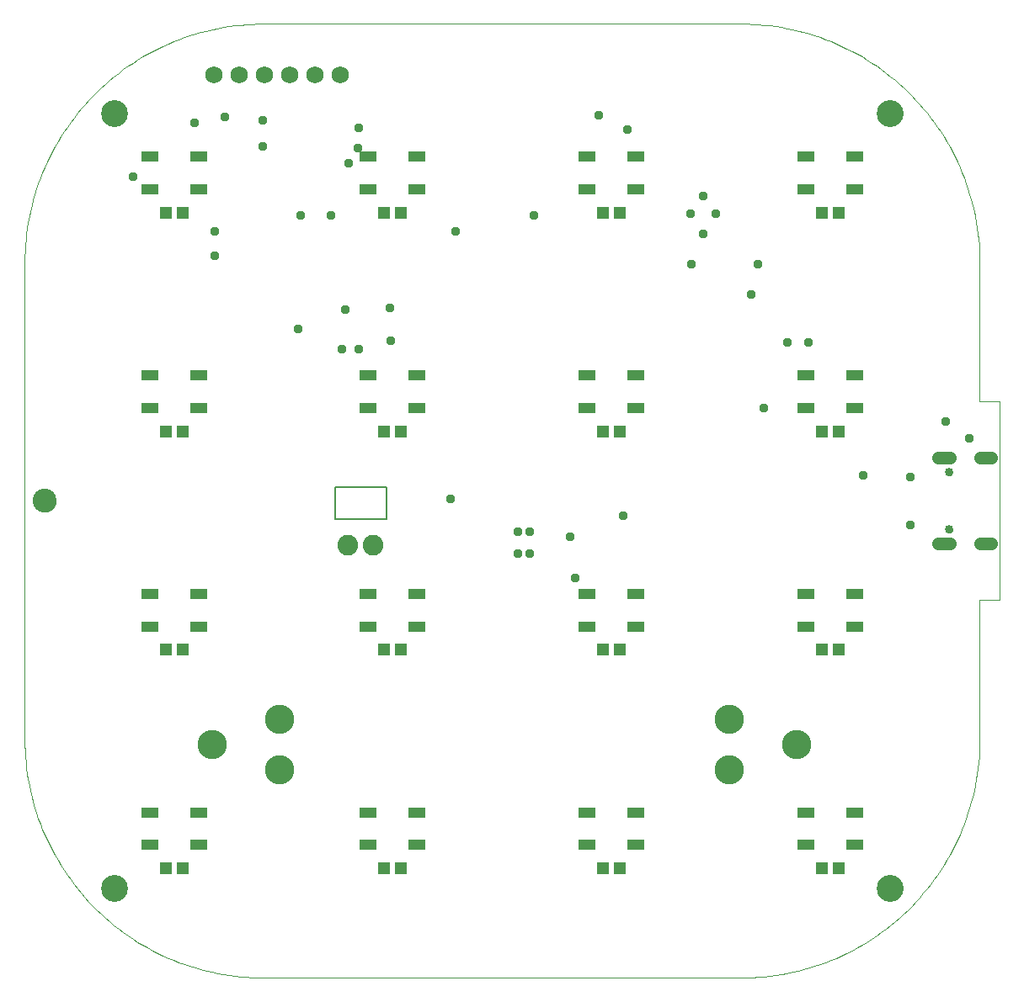
<source format=gts>
G04 EAGLE Gerber RS-274X export*
G75*
%MOMM*%
%FSLAX34Y34*%
%LPD*%
%INtStop*%
%IPPOS*%
%AMOC8*
5,1,8,0,0,1.08239X$1,22.5*%
G01*
%ADD10C,0.076200*%
%ADD11C,0.152400*%
%ADD12C,0.000000*%
%ADD13C,2.703200*%
%ADD14C,2.403200*%
%ADD15C,2.946400*%
%ADD16R,1.303200X1.203200*%
%ADD17C,1.311200*%
%ADD18C,0.853200*%
%ADD19C,2.082800*%
%ADD20R,1.703200X1.103200*%
%ADD21C,1.727200*%
%ADD22C,0.959600*%


D10*
X0Y240000D02*
X70Y234201D01*
X280Y228405D01*
X630Y222616D01*
X1120Y216837D01*
X1750Y211071D01*
X2518Y205323D01*
X3426Y199594D01*
X4471Y193890D01*
X5654Y188212D01*
X6974Y182564D01*
X8430Y176950D01*
X10021Y171373D01*
X11746Y165836D01*
X13605Y160342D01*
X15596Y154895D01*
X17718Y149497D01*
X19970Y144152D01*
X22350Y138864D01*
X24858Y133634D01*
X27491Y128466D01*
X30248Y123364D01*
X33127Y118330D01*
X36128Y113366D01*
X39247Y108477D01*
X42484Y103664D01*
X45836Y98932D01*
X49301Y94281D01*
X52878Y89716D01*
X56564Y85238D01*
X60357Y80851D01*
X64256Y76556D01*
X68256Y72357D01*
X72357Y68256D01*
X76556Y64256D01*
X80851Y60357D01*
X85238Y56564D01*
X89716Y52878D01*
X94281Y49301D01*
X98932Y45836D01*
X103664Y42484D01*
X108477Y39247D01*
X113366Y36128D01*
X118330Y33127D01*
X123364Y30248D01*
X128466Y27491D01*
X133634Y24858D01*
X138864Y22350D01*
X144152Y19970D01*
X149497Y17718D01*
X154895Y15596D01*
X160342Y13605D01*
X165836Y11746D01*
X171373Y10021D01*
X176950Y8430D01*
X182564Y6974D01*
X188212Y5654D01*
X193890Y4471D01*
X199594Y3426D01*
X205323Y2518D01*
X211071Y1750D01*
X216837Y1120D01*
X222616Y630D01*
X228405Y280D01*
X234201Y70D01*
X240000Y0D01*
X0Y720000D02*
X70Y725799D01*
X280Y731595D01*
X630Y737384D01*
X1120Y743163D01*
X1750Y748929D01*
X2518Y754677D01*
X3426Y760406D01*
X4471Y766110D01*
X5654Y771788D01*
X6974Y777436D01*
X8430Y783050D01*
X10021Y788627D01*
X11746Y794164D01*
X13605Y799658D01*
X15596Y805105D01*
X17718Y810503D01*
X19970Y815848D01*
X22350Y821136D01*
X24858Y826366D01*
X27491Y831534D01*
X30248Y836636D01*
X33127Y841670D01*
X36128Y846634D01*
X39247Y851523D01*
X42484Y856336D01*
X45836Y861068D01*
X49301Y865719D01*
X52878Y870284D01*
X56564Y874762D01*
X60357Y879149D01*
X64256Y883444D01*
X68256Y887643D01*
X72357Y891744D01*
X76556Y895744D01*
X80851Y899643D01*
X85238Y903436D01*
X89716Y907122D01*
X94281Y910699D01*
X98932Y914164D01*
X103664Y917516D01*
X108477Y920753D01*
X113366Y923872D01*
X118330Y926873D01*
X123364Y929752D01*
X128466Y932509D01*
X133634Y935142D01*
X138864Y937650D01*
X144152Y940030D01*
X149497Y942282D01*
X154895Y944404D01*
X160342Y946395D01*
X165836Y948254D01*
X171373Y949979D01*
X176950Y951570D01*
X182564Y953026D01*
X188212Y954346D01*
X193890Y955529D01*
X199594Y956574D01*
X205323Y957482D01*
X211071Y958250D01*
X216837Y958880D01*
X222616Y959370D01*
X228405Y959720D01*
X234201Y959930D01*
X240000Y960000D01*
X720000Y960000D02*
X725799Y959930D01*
X731595Y959720D01*
X737384Y959370D01*
X743163Y958880D01*
X748929Y958250D01*
X754677Y957482D01*
X760406Y956574D01*
X766110Y955529D01*
X771788Y954346D01*
X777436Y953026D01*
X783050Y951570D01*
X788627Y949979D01*
X794164Y948254D01*
X799658Y946395D01*
X805105Y944404D01*
X810503Y942282D01*
X815848Y940030D01*
X821136Y937650D01*
X826366Y935142D01*
X831534Y932509D01*
X836636Y929752D01*
X841670Y926873D01*
X846634Y923872D01*
X851523Y920753D01*
X856336Y917516D01*
X861068Y914164D01*
X865719Y910699D01*
X870284Y907122D01*
X874762Y903436D01*
X879149Y899643D01*
X883444Y895744D01*
X887643Y891744D01*
X891744Y887643D01*
X895744Y883444D01*
X899643Y879149D01*
X903436Y874762D01*
X907122Y870284D01*
X910699Y865719D01*
X914164Y861068D01*
X917516Y856336D01*
X920753Y851523D01*
X923872Y846634D01*
X926873Y841670D01*
X929752Y836636D01*
X932509Y831534D01*
X935142Y826366D01*
X937650Y821136D01*
X940030Y815848D01*
X942282Y810503D01*
X944404Y805105D01*
X946395Y799658D01*
X948254Y794164D01*
X949979Y788627D01*
X951570Y783050D01*
X953026Y777436D01*
X954346Y771788D01*
X955529Y766110D01*
X956574Y760406D01*
X957482Y754677D01*
X958250Y748929D01*
X958880Y743163D01*
X959370Y737384D01*
X959720Y731595D01*
X959930Y725799D01*
X960000Y720000D01*
X960000Y240000D02*
X959930Y234201D01*
X959720Y228405D01*
X959370Y222616D01*
X958880Y216837D01*
X958250Y211071D01*
X957482Y205323D01*
X956574Y199594D01*
X955529Y193890D01*
X954346Y188212D01*
X953026Y182564D01*
X951570Y176950D01*
X949979Y171373D01*
X948254Y165836D01*
X946395Y160342D01*
X944404Y154895D01*
X942282Y149497D01*
X940030Y144152D01*
X937650Y138864D01*
X935142Y133634D01*
X932509Y128466D01*
X929752Y123364D01*
X926873Y118330D01*
X923872Y113366D01*
X920753Y108477D01*
X917516Y103664D01*
X914164Y98932D01*
X910699Y94281D01*
X907122Y89716D01*
X903436Y85238D01*
X899643Y80851D01*
X895744Y76556D01*
X891744Y72357D01*
X887643Y68256D01*
X883444Y64256D01*
X879149Y60357D01*
X874762Y56564D01*
X870284Y52878D01*
X865719Y49301D01*
X861068Y45836D01*
X856336Y42484D01*
X851523Y39247D01*
X846634Y36128D01*
X841670Y33127D01*
X836636Y30248D01*
X831534Y27491D01*
X826366Y24858D01*
X821136Y22350D01*
X815848Y19970D01*
X810503Y17718D01*
X805105Y15596D01*
X799658Y13605D01*
X794164Y11746D01*
X788627Y10021D01*
X783050Y8430D01*
X777436Y6974D01*
X771788Y5654D01*
X766110Y4471D01*
X760406Y3426D01*
X754677Y2518D01*
X748929Y1750D01*
X743163Y1120D01*
X737384Y630D01*
X731595Y280D01*
X725799Y70D01*
X720000Y0D01*
D11*
X364000Y462000D02*
X364000Y494000D01*
X312000Y494000D01*
X312000Y462000D01*
X364000Y462000D01*
D10*
X0Y240000D02*
X0Y720000D01*
X240000Y960000D02*
X720000Y960000D01*
X960000Y720000D02*
X960000Y580000D01*
X960000Y380000D02*
X960000Y240000D01*
X720000Y0D02*
X240000Y0D01*
X960000Y580000D02*
X980000Y580000D01*
X980000Y380000D01*
X960000Y380000D01*
D12*
X77500Y90000D02*
X77504Y90307D01*
X77515Y90613D01*
X77534Y90920D01*
X77560Y91225D01*
X77594Y91530D01*
X77635Y91834D01*
X77684Y92137D01*
X77740Y92439D01*
X77804Y92739D01*
X77875Y93037D01*
X77953Y93334D01*
X78038Y93629D01*
X78131Y93921D01*
X78231Y94211D01*
X78338Y94499D01*
X78452Y94784D01*
X78572Y95066D01*
X78700Y95344D01*
X78835Y95620D01*
X78976Y95892D01*
X79124Y96161D01*
X79278Y96426D01*
X79439Y96687D01*
X79607Y96945D01*
X79780Y97198D01*
X79960Y97446D01*
X80146Y97690D01*
X80337Y97930D01*
X80535Y98165D01*
X80738Y98394D01*
X80947Y98619D01*
X81161Y98839D01*
X81381Y99053D01*
X81606Y99262D01*
X81835Y99465D01*
X82070Y99663D01*
X82310Y99854D01*
X82554Y100040D01*
X82802Y100220D01*
X83055Y100393D01*
X83313Y100561D01*
X83574Y100722D01*
X83839Y100876D01*
X84108Y101024D01*
X84380Y101165D01*
X84656Y101300D01*
X84934Y101428D01*
X85216Y101548D01*
X85501Y101662D01*
X85789Y101769D01*
X86079Y101869D01*
X86371Y101962D01*
X86666Y102047D01*
X86963Y102125D01*
X87261Y102196D01*
X87561Y102260D01*
X87863Y102316D01*
X88166Y102365D01*
X88470Y102406D01*
X88775Y102440D01*
X89080Y102466D01*
X89387Y102485D01*
X89693Y102496D01*
X90000Y102500D01*
X90307Y102496D01*
X90613Y102485D01*
X90920Y102466D01*
X91225Y102440D01*
X91530Y102406D01*
X91834Y102365D01*
X92137Y102316D01*
X92439Y102260D01*
X92739Y102196D01*
X93037Y102125D01*
X93334Y102047D01*
X93629Y101962D01*
X93921Y101869D01*
X94211Y101769D01*
X94499Y101662D01*
X94784Y101548D01*
X95066Y101428D01*
X95344Y101300D01*
X95620Y101165D01*
X95892Y101024D01*
X96161Y100876D01*
X96426Y100722D01*
X96687Y100561D01*
X96945Y100393D01*
X97198Y100220D01*
X97446Y100040D01*
X97690Y99854D01*
X97930Y99663D01*
X98165Y99465D01*
X98394Y99262D01*
X98619Y99053D01*
X98839Y98839D01*
X99053Y98619D01*
X99262Y98394D01*
X99465Y98165D01*
X99663Y97930D01*
X99854Y97690D01*
X100040Y97446D01*
X100220Y97198D01*
X100393Y96945D01*
X100561Y96687D01*
X100722Y96426D01*
X100876Y96161D01*
X101024Y95892D01*
X101165Y95620D01*
X101300Y95344D01*
X101428Y95066D01*
X101548Y94784D01*
X101662Y94499D01*
X101769Y94211D01*
X101869Y93921D01*
X101962Y93629D01*
X102047Y93334D01*
X102125Y93037D01*
X102196Y92739D01*
X102260Y92439D01*
X102316Y92137D01*
X102365Y91834D01*
X102406Y91530D01*
X102440Y91225D01*
X102466Y90920D01*
X102485Y90613D01*
X102496Y90307D01*
X102500Y90000D01*
X102496Y89693D01*
X102485Y89387D01*
X102466Y89080D01*
X102440Y88775D01*
X102406Y88470D01*
X102365Y88166D01*
X102316Y87863D01*
X102260Y87561D01*
X102196Y87261D01*
X102125Y86963D01*
X102047Y86666D01*
X101962Y86371D01*
X101869Y86079D01*
X101769Y85789D01*
X101662Y85501D01*
X101548Y85216D01*
X101428Y84934D01*
X101300Y84656D01*
X101165Y84380D01*
X101024Y84108D01*
X100876Y83839D01*
X100722Y83574D01*
X100561Y83313D01*
X100393Y83055D01*
X100220Y82802D01*
X100040Y82554D01*
X99854Y82310D01*
X99663Y82070D01*
X99465Y81835D01*
X99262Y81606D01*
X99053Y81381D01*
X98839Y81161D01*
X98619Y80947D01*
X98394Y80738D01*
X98165Y80535D01*
X97930Y80337D01*
X97690Y80146D01*
X97446Y79960D01*
X97198Y79780D01*
X96945Y79607D01*
X96687Y79439D01*
X96426Y79278D01*
X96161Y79124D01*
X95892Y78976D01*
X95620Y78835D01*
X95344Y78700D01*
X95066Y78572D01*
X94784Y78452D01*
X94499Y78338D01*
X94211Y78231D01*
X93921Y78131D01*
X93629Y78038D01*
X93334Y77953D01*
X93037Y77875D01*
X92739Y77804D01*
X92439Y77740D01*
X92137Y77684D01*
X91834Y77635D01*
X91530Y77594D01*
X91225Y77560D01*
X90920Y77534D01*
X90613Y77515D01*
X90307Y77504D01*
X90000Y77500D01*
X89693Y77504D01*
X89387Y77515D01*
X89080Y77534D01*
X88775Y77560D01*
X88470Y77594D01*
X88166Y77635D01*
X87863Y77684D01*
X87561Y77740D01*
X87261Y77804D01*
X86963Y77875D01*
X86666Y77953D01*
X86371Y78038D01*
X86079Y78131D01*
X85789Y78231D01*
X85501Y78338D01*
X85216Y78452D01*
X84934Y78572D01*
X84656Y78700D01*
X84380Y78835D01*
X84108Y78976D01*
X83839Y79124D01*
X83574Y79278D01*
X83313Y79439D01*
X83055Y79607D01*
X82802Y79780D01*
X82554Y79960D01*
X82310Y80146D01*
X82070Y80337D01*
X81835Y80535D01*
X81606Y80738D01*
X81381Y80947D01*
X81161Y81161D01*
X80947Y81381D01*
X80738Y81606D01*
X80535Y81835D01*
X80337Y82070D01*
X80146Y82310D01*
X79960Y82554D01*
X79780Y82802D01*
X79607Y83055D01*
X79439Y83313D01*
X79278Y83574D01*
X79124Y83839D01*
X78976Y84108D01*
X78835Y84380D01*
X78700Y84656D01*
X78572Y84934D01*
X78452Y85216D01*
X78338Y85501D01*
X78231Y85789D01*
X78131Y86079D01*
X78038Y86371D01*
X77953Y86666D01*
X77875Y86963D01*
X77804Y87261D01*
X77740Y87561D01*
X77684Y87863D01*
X77635Y88166D01*
X77594Y88470D01*
X77560Y88775D01*
X77534Y89080D01*
X77515Y89387D01*
X77504Y89693D01*
X77500Y90000D01*
D13*
X90000Y90000D03*
D12*
X77500Y870000D02*
X77504Y870307D01*
X77515Y870613D01*
X77534Y870920D01*
X77560Y871225D01*
X77594Y871530D01*
X77635Y871834D01*
X77684Y872137D01*
X77740Y872439D01*
X77804Y872739D01*
X77875Y873037D01*
X77953Y873334D01*
X78038Y873629D01*
X78131Y873921D01*
X78231Y874211D01*
X78338Y874499D01*
X78452Y874784D01*
X78572Y875066D01*
X78700Y875344D01*
X78835Y875620D01*
X78976Y875892D01*
X79124Y876161D01*
X79278Y876426D01*
X79439Y876687D01*
X79607Y876945D01*
X79780Y877198D01*
X79960Y877446D01*
X80146Y877690D01*
X80337Y877930D01*
X80535Y878165D01*
X80738Y878394D01*
X80947Y878619D01*
X81161Y878839D01*
X81381Y879053D01*
X81606Y879262D01*
X81835Y879465D01*
X82070Y879663D01*
X82310Y879854D01*
X82554Y880040D01*
X82802Y880220D01*
X83055Y880393D01*
X83313Y880561D01*
X83574Y880722D01*
X83839Y880876D01*
X84108Y881024D01*
X84380Y881165D01*
X84656Y881300D01*
X84934Y881428D01*
X85216Y881548D01*
X85501Y881662D01*
X85789Y881769D01*
X86079Y881869D01*
X86371Y881962D01*
X86666Y882047D01*
X86963Y882125D01*
X87261Y882196D01*
X87561Y882260D01*
X87863Y882316D01*
X88166Y882365D01*
X88470Y882406D01*
X88775Y882440D01*
X89080Y882466D01*
X89387Y882485D01*
X89693Y882496D01*
X90000Y882500D01*
X90307Y882496D01*
X90613Y882485D01*
X90920Y882466D01*
X91225Y882440D01*
X91530Y882406D01*
X91834Y882365D01*
X92137Y882316D01*
X92439Y882260D01*
X92739Y882196D01*
X93037Y882125D01*
X93334Y882047D01*
X93629Y881962D01*
X93921Y881869D01*
X94211Y881769D01*
X94499Y881662D01*
X94784Y881548D01*
X95066Y881428D01*
X95344Y881300D01*
X95620Y881165D01*
X95892Y881024D01*
X96161Y880876D01*
X96426Y880722D01*
X96687Y880561D01*
X96945Y880393D01*
X97198Y880220D01*
X97446Y880040D01*
X97690Y879854D01*
X97930Y879663D01*
X98165Y879465D01*
X98394Y879262D01*
X98619Y879053D01*
X98839Y878839D01*
X99053Y878619D01*
X99262Y878394D01*
X99465Y878165D01*
X99663Y877930D01*
X99854Y877690D01*
X100040Y877446D01*
X100220Y877198D01*
X100393Y876945D01*
X100561Y876687D01*
X100722Y876426D01*
X100876Y876161D01*
X101024Y875892D01*
X101165Y875620D01*
X101300Y875344D01*
X101428Y875066D01*
X101548Y874784D01*
X101662Y874499D01*
X101769Y874211D01*
X101869Y873921D01*
X101962Y873629D01*
X102047Y873334D01*
X102125Y873037D01*
X102196Y872739D01*
X102260Y872439D01*
X102316Y872137D01*
X102365Y871834D01*
X102406Y871530D01*
X102440Y871225D01*
X102466Y870920D01*
X102485Y870613D01*
X102496Y870307D01*
X102500Y870000D01*
X102496Y869693D01*
X102485Y869387D01*
X102466Y869080D01*
X102440Y868775D01*
X102406Y868470D01*
X102365Y868166D01*
X102316Y867863D01*
X102260Y867561D01*
X102196Y867261D01*
X102125Y866963D01*
X102047Y866666D01*
X101962Y866371D01*
X101869Y866079D01*
X101769Y865789D01*
X101662Y865501D01*
X101548Y865216D01*
X101428Y864934D01*
X101300Y864656D01*
X101165Y864380D01*
X101024Y864108D01*
X100876Y863839D01*
X100722Y863574D01*
X100561Y863313D01*
X100393Y863055D01*
X100220Y862802D01*
X100040Y862554D01*
X99854Y862310D01*
X99663Y862070D01*
X99465Y861835D01*
X99262Y861606D01*
X99053Y861381D01*
X98839Y861161D01*
X98619Y860947D01*
X98394Y860738D01*
X98165Y860535D01*
X97930Y860337D01*
X97690Y860146D01*
X97446Y859960D01*
X97198Y859780D01*
X96945Y859607D01*
X96687Y859439D01*
X96426Y859278D01*
X96161Y859124D01*
X95892Y858976D01*
X95620Y858835D01*
X95344Y858700D01*
X95066Y858572D01*
X94784Y858452D01*
X94499Y858338D01*
X94211Y858231D01*
X93921Y858131D01*
X93629Y858038D01*
X93334Y857953D01*
X93037Y857875D01*
X92739Y857804D01*
X92439Y857740D01*
X92137Y857684D01*
X91834Y857635D01*
X91530Y857594D01*
X91225Y857560D01*
X90920Y857534D01*
X90613Y857515D01*
X90307Y857504D01*
X90000Y857500D01*
X89693Y857504D01*
X89387Y857515D01*
X89080Y857534D01*
X88775Y857560D01*
X88470Y857594D01*
X88166Y857635D01*
X87863Y857684D01*
X87561Y857740D01*
X87261Y857804D01*
X86963Y857875D01*
X86666Y857953D01*
X86371Y858038D01*
X86079Y858131D01*
X85789Y858231D01*
X85501Y858338D01*
X85216Y858452D01*
X84934Y858572D01*
X84656Y858700D01*
X84380Y858835D01*
X84108Y858976D01*
X83839Y859124D01*
X83574Y859278D01*
X83313Y859439D01*
X83055Y859607D01*
X82802Y859780D01*
X82554Y859960D01*
X82310Y860146D01*
X82070Y860337D01*
X81835Y860535D01*
X81606Y860738D01*
X81381Y860947D01*
X81161Y861161D01*
X80947Y861381D01*
X80738Y861606D01*
X80535Y861835D01*
X80337Y862070D01*
X80146Y862310D01*
X79960Y862554D01*
X79780Y862802D01*
X79607Y863055D01*
X79439Y863313D01*
X79278Y863574D01*
X79124Y863839D01*
X78976Y864108D01*
X78835Y864380D01*
X78700Y864656D01*
X78572Y864934D01*
X78452Y865216D01*
X78338Y865501D01*
X78231Y865789D01*
X78131Y866079D01*
X78038Y866371D01*
X77953Y866666D01*
X77875Y866963D01*
X77804Y867261D01*
X77740Y867561D01*
X77684Y867863D01*
X77635Y868166D01*
X77594Y868470D01*
X77560Y868775D01*
X77534Y869080D01*
X77515Y869387D01*
X77504Y869693D01*
X77500Y870000D01*
D13*
X90000Y870000D03*
D12*
X857500Y870000D02*
X857504Y870307D01*
X857515Y870613D01*
X857534Y870920D01*
X857560Y871225D01*
X857594Y871530D01*
X857635Y871834D01*
X857684Y872137D01*
X857740Y872439D01*
X857804Y872739D01*
X857875Y873037D01*
X857953Y873334D01*
X858038Y873629D01*
X858131Y873921D01*
X858231Y874211D01*
X858338Y874499D01*
X858452Y874784D01*
X858572Y875066D01*
X858700Y875344D01*
X858835Y875620D01*
X858976Y875892D01*
X859124Y876161D01*
X859278Y876426D01*
X859439Y876687D01*
X859607Y876945D01*
X859780Y877198D01*
X859960Y877446D01*
X860146Y877690D01*
X860337Y877930D01*
X860535Y878165D01*
X860738Y878394D01*
X860947Y878619D01*
X861161Y878839D01*
X861381Y879053D01*
X861606Y879262D01*
X861835Y879465D01*
X862070Y879663D01*
X862310Y879854D01*
X862554Y880040D01*
X862802Y880220D01*
X863055Y880393D01*
X863313Y880561D01*
X863574Y880722D01*
X863839Y880876D01*
X864108Y881024D01*
X864380Y881165D01*
X864656Y881300D01*
X864934Y881428D01*
X865216Y881548D01*
X865501Y881662D01*
X865789Y881769D01*
X866079Y881869D01*
X866371Y881962D01*
X866666Y882047D01*
X866963Y882125D01*
X867261Y882196D01*
X867561Y882260D01*
X867863Y882316D01*
X868166Y882365D01*
X868470Y882406D01*
X868775Y882440D01*
X869080Y882466D01*
X869387Y882485D01*
X869693Y882496D01*
X870000Y882500D01*
X870307Y882496D01*
X870613Y882485D01*
X870920Y882466D01*
X871225Y882440D01*
X871530Y882406D01*
X871834Y882365D01*
X872137Y882316D01*
X872439Y882260D01*
X872739Y882196D01*
X873037Y882125D01*
X873334Y882047D01*
X873629Y881962D01*
X873921Y881869D01*
X874211Y881769D01*
X874499Y881662D01*
X874784Y881548D01*
X875066Y881428D01*
X875344Y881300D01*
X875620Y881165D01*
X875892Y881024D01*
X876161Y880876D01*
X876426Y880722D01*
X876687Y880561D01*
X876945Y880393D01*
X877198Y880220D01*
X877446Y880040D01*
X877690Y879854D01*
X877930Y879663D01*
X878165Y879465D01*
X878394Y879262D01*
X878619Y879053D01*
X878839Y878839D01*
X879053Y878619D01*
X879262Y878394D01*
X879465Y878165D01*
X879663Y877930D01*
X879854Y877690D01*
X880040Y877446D01*
X880220Y877198D01*
X880393Y876945D01*
X880561Y876687D01*
X880722Y876426D01*
X880876Y876161D01*
X881024Y875892D01*
X881165Y875620D01*
X881300Y875344D01*
X881428Y875066D01*
X881548Y874784D01*
X881662Y874499D01*
X881769Y874211D01*
X881869Y873921D01*
X881962Y873629D01*
X882047Y873334D01*
X882125Y873037D01*
X882196Y872739D01*
X882260Y872439D01*
X882316Y872137D01*
X882365Y871834D01*
X882406Y871530D01*
X882440Y871225D01*
X882466Y870920D01*
X882485Y870613D01*
X882496Y870307D01*
X882500Y870000D01*
X882496Y869693D01*
X882485Y869387D01*
X882466Y869080D01*
X882440Y868775D01*
X882406Y868470D01*
X882365Y868166D01*
X882316Y867863D01*
X882260Y867561D01*
X882196Y867261D01*
X882125Y866963D01*
X882047Y866666D01*
X881962Y866371D01*
X881869Y866079D01*
X881769Y865789D01*
X881662Y865501D01*
X881548Y865216D01*
X881428Y864934D01*
X881300Y864656D01*
X881165Y864380D01*
X881024Y864108D01*
X880876Y863839D01*
X880722Y863574D01*
X880561Y863313D01*
X880393Y863055D01*
X880220Y862802D01*
X880040Y862554D01*
X879854Y862310D01*
X879663Y862070D01*
X879465Y861835D01*
X879262Y861606D01*
X879053Y861381D01*
X878839Y861161D01*
X878619Y860947D01*
X878394Y860738D01*
X878165Y860535D01*
X877930Y860337D01*
X877690Y860146D01*
X877446Y859960D01*
X877198Y859780D01*
X876945Y859607D01*
X876687Y859439D01*
X876426Y859278D01*
X876161Y859124D01*
X875892Y858976D01*
X875620Y858835D01*
X875344Y858700D01*
X875066Y858572D01*
X874784Y858452D01*
X874499Y858338D01*
X874211Y858231D01*
X873921Y858131D01*
X873629Y858038D01*
X873334Y857953D01*
X873037Y857875D01*
X872739Y857804D01*
X872439Y857740D01*
X872137Y857684D01*
X871834Y857635D01*
X871530Y857594D01*
X871225Y857560D01*
X870920Y857534D01*
X870613Y857515D01*
X870307Y857504D01*
X870000Y857500D01*
X869693Y857504D01*
X869387Y857515D01*
X869080Y857534D01*
X868775Y857560D01*
X868470Y857594D01*
X868166Y857635D01*
X867863Y857684D01*
X867561Y857740D01*
X867261Y857804D01*
X866963Y857875D01*
X866666Y857953D01*
X866371Y858038D01*
X866079Y858131D01*
X865789Y858231D01*
X865501Y858338D01*
X865216Y858452D01*
X864934Y858572D01*
X864656Y858700D01*
X864380Y858835D01*
X864108Y858976D01*
X863839Y859124D01*
X863574Y859278D01*
X863313Y859439D01*
X863055Y859607D01*
X862802Y859780D01*
X862554Y859960D01*
X862310Y860146D01*
X862070Y860337D01*
X861835Y860535D01*
X861606Y860738D01*
X861381Y860947D01*
X861161Y861161D01*
X860947Y861381D01*
X860738Y861606D01*
X860535Y861835D01*
X860337Y862070D01*
X860146Y862310D01*
X859960Y862554D01*
X859780Y862802D01*
X859607Y863055D01*
X859439Y863313D01*
X859278Y863574D01*
X859124Y863839D01*
X858976Y864108D01*
X858835Y864380D01*
X858700Y864656D01*
X858572Y864934D01*
X858452Y865216D01*
X858338Y865501D01*
X858231Y865789D01*
X858131Y866079D01*
X858038Y866371D01*
X857953Y866666D01*
X857875Y866963D01*
X857804Y867261D01*
X857740Y867561D01*
X857684Y867863D01*
X857635Y868166D01*
X857594Y868470D01*
X857560Y868775D01*
X857534Y869080D01*
X857515Y869387D01*
X857504Y869693D01*
X857500Y870000D01*
D13*
X870000Y870000D03*
D12*
X857500Y90000D02*
X857504Y90307D01*
X857515Y90613D01*
X857534Y90920D01*
X857560Y91225D01*
X857594Y91530D01*
X857635Y91834D01*
X857684Y92137D01*
X857740Y92439D01*
X857804Y92739D01*
X857875Y93037D01*
X857953Y93334D01*
X858038Y93629D01*
X858131Y93921D01*
X858231Y94211D01*
X858338Y94499D01*
X858452Y94784D01*
X858572Y95066D01*
X858700Y95344D01*
X858835Y95620D01*
X858976Y95892D01*
X859124Y96161D01*
X859278Y96426D01*
X859439Y96687D01*
X859607Y96945D01*
X859780Y97198D01*
X859960Y97446D01*
X860146Y97690D01*
X860337Y97930D01*
X860535Y98165D01*
X860738Y98394D01*
X860947Y98619D01*
X861161Y98839D01*
X861381Y99053D01*
X861606Y99262D01*
X861835Y99465D01*
X862070Y99663D01*
X862310Y99854D01*
X862554Y100040D01*
X862802Y100220D01*
X863055Y100393D01*
X863313Y100561D01*
X863574Y100722D01*
X863839Y100876D01*
X864108Y101024D01*
X864380Y101165D01*
X864656Y101300D01*
X864934Y101428D01*
X865216Y101548D01*
X865501Y101662D01*
X865789Y101769D01*
X866079Y101869D01*
X866371Y101962D01*
X866666Y102047D01*
X866963Y102125D01*
X867261Y102196D01*
X867561Y102260D01*
X867863Y102316D01*
X868166Y102365D01*
X868470Y102406D01*
X868775Y102440D01*
X869080Y102466D01*
X869387Y102485D01*
X869693Y102496D01*
X870000Y102500D01*
X870307Y102496D01*
X870613Y102485D01*
X870920Y102466D01*
X871225Y102440D01*
X871530Y102406D01*
X871834Y102365D01*
X872137Y102316D01*
X872439Y102260D01*
X872739Y102196D01*
X873037Y102125D01*
X873334Y102047D01*
X873629Y101962D01*
X873921Y101869D01*
X874211Y101769D01*
X874499Y101662D01*
X874784Y101548D01*
X875066Y101428D01*
X875344Y101300D01*
X875620Y101165D01*
X875892Y101024D01*
X876161Y100876D01*
X876426Y100722D01*
X876687Y100561D01*
X876945Y100393D01*
X877198Y100220D01*
X877446Y100040D01*
X877690Y99854D01*
X877930Y99663D01*
X878165Y99465D01*
X878394Y99262D01*
X878619Y99053D01*
X878839Y98839D01*
X879053Y98619D01*
X879262Y98394D01*
X879465Y98165D01*
X879663Y97930D01*
X879854Y97690D01*
X880040Y97446D01*
X880220Y97198D01*
X880393Y96945D01*
X880561Y96687D01*
X880722Y96426D01*
X880876Y96161D01*
X881024Y95892D01*
X881165Y95620D01*
X881300Y95344D01*
X881428Y95066D01*
X881548Y94784D01*
X881662Y94499D01*
X881769Y94211D01*
X881869Y93921D01*
X881962Y93629D01*
X882047Y93334D01*
X882125Y93037D01*
X882196Y92739D01*
X882260Y92439D01*
X882316Y92137D01*
X882365Y91834D01*
X882406Y91530D01*
X882440Y91225D01*
X882466Y90920D01*
X882485Y90613D01*
X882496Y90307D01*
X882500Y90000D01*
X882496Y89693D01*
X882485Y89387D01*
X882466Y89080D01*
X882440Y88775D01*
X882406Y88470D01*
X882365Y88166D01*
X882316Y87863D01*
X882260Y87561D01*
X882196Y87261D01*
X882125Y86963D01*
X882047Y86666D01*
X881962Y86371D01*
X881869Y86079D01*
X881769Y85789D01*
X881662Y85501D01*
X881548Y85216D01*
X881428Y84934D01*
X881300Y84656D01*
X881165Y84380D01*
X881024Y84108D01*
X880876Y83839D01*
X880722Y83574D01*
X880561Y83313D01*
X880393Y83055D01*
X880220Y82802D01*
X880040Y82554D01*
X879854Y82310D01*
X879663Y82070D01*
X879465Y81835D01*
X879262Y81606D01*
X879053Y81381D01*
X878839Y81161D01*
X878619Y80947D01*
X878394Y80738D01*
X878165Y80535D01*
X877930Y80337D01*
X877690Y80146D01*
X877446Y79960D01*
X877198Y79780D01*
X876945Y79607D01*
X876687Y79439D01*
X876426Y79278D01*
X876161Y79124D01*
X875892Y78976D01*
X875620Y78835D01*
X875344Y78700D01*
X875066Y78572D01*
X874784Y78452D01*
X874499Y78338D01*
X874211Y78231D01*
X873921Y78131D01*
X873629Y78038D01*
X873334Y77953D01*
X873037Y77875D01*
X872739Y77804D01*
X872439Y77740D01*
X872137Y77684D01*
X871834Y77635D01*
X871530Y77594D01*
X871225Y77560D01*
X870920Y77534D01*
X870613Y77515D01*
X870307Y77504D01*
X870000Y77500D01*
X869693Y77504D01*
X869387Y77515D01*
X869080Y77534D01*
X868775Y77560D01*
X868470Y77594D01*
X868166Y77635D01*
X867863Y77684D01*
X867561Y77740D01*
X867261Y77804D01*
X866963Y77875D01*
X866666Y77953D01*
X866371Y78038D01*
X866079Y78131D01*
X865789Y78231D01*
X865501Y78338D01*
X865216Y78452D01*
X864934Y78572D01*
X864656Y78700D01*
X864380Y78835D01*
X864108Y78976D01*
X863839Y79124D01*
X863574Y79278D01*
X863313Y79439D01*
X863055Y79607D01*
X862802Y79780D01*
X862554Y79960D01*
X862310Y80146D01*
X862070Y80337D01*
X861835Y80535D01*
X861606Y80738D01*
X861381Y80947D01*
X861161Y81161D01*
X860947Y81381D01*
X860738Y81606D01*
X860535Y81835D01*
X860337Y82070D01*
X860146Y82310D01*
X859960Y82554D01*
X859780Y82802D01*
X859607Y83055D01*
X859439Y83313D01*
X859278Y83574D01*
X859124Y83839D01*
X858976Y84108D01*
X858835Y84380D01*
X858700Y84656D01*
X858572Y84934D01*
X858452Y85216D01*
X858338Y85501D01*
X858231Y85789D01*
X858131Y86079D01*
X858038Y86371D01*
X857953Y86666D01*
X857875Y86963D01*
X857804Y87261D01*
X857740Y87561D01*
X857684Y87863D01*
X857635Y88166D01*
X857594Y88470D01*
X857560Y88775D01*
X857534Y89080D01*
X857515Y89387D01*
X857504Y89693D01*
X857500Y90000D01*
D13*
X870000Y90000D03*
D12*
X9000Y480000D02*
X9003Y480270D01*
X9013Y480540D01*
X9030Y480809D01*
X9053Y481078D01*
X9083Y481347D01*
X9119Y481614D01*
X9162Y481881D01*
X9211Y482146D01*
X9267Y482410D01*
X9330Y482673D01*
X9398Y482934D01*
X9474Y483193D01*
X9555Y483450D01*
X9643Y483706D01*
X9737Y483959D01*
X9837Y484210D01*
X9944Y484458D01*
X10056Y484703D01*
X10175Y484946D01*
X10299Y485185D01*
X10429Y485422D01*
X10565Y485655D01*
X10707Y485885D01*
X10854Y486111D01*
X11007Y486334D01*
X11165Y486553D01*
X11328Y486768D01*
X11497Y486978D01*
X11671Y487185D01*
X11850Y487387D01*
X12033Y487585D01*
X12222Y487778D01*
X12415Y487967D01*
X12613Y488150D01*
X12815Y488329D01*
X13022Y488503D01*
X13232Y488672D01*
X13447Y488835D01*
X13666Y488993D01*
X13889Y489146D01*
X14115Y489293D01*
X14345Y489435D01*
X14578Y489571D01*
X14815Y489701D01*
X15054Y489825D01*
X15297Y489944D01*
X15542Y490056D01*
X15790Y490163D01*
X16041Y490263D01*
X16294Y490357D01*
X16550Y490445D01*
X16807Y490526D01*
X17066Y490602D01*
X17327Y490670D01*
X17590Y490733D01*
X17854Y490789D01*
X18119Y490838D01*
X18386Y490881D01*
X18653Y490917D01*
X18922Y490947D01*
X19191Y490970D01*
X19460Y490987D01*
X19730Y490997D01*
X20000Y491000D01*
X20270Y490997D01*
X20540Y490987D01*
X20809Y490970D01*
X21078Y490947D01*
X21347Y490917D01*
X21614Y490881D01*
X21881Y490838D01*
X22146Y490789D01*
X22410Y490733D01*
X22673Y490670D01*
X22934Y490602D01*
X23193Y490526D01*
X23450Y490445D01*
X23706Y490357D01*
X23959Y490263D01*
X24210Y490163D01*
X24458Y490056D01*
X24703Y489944D01*
X24946Y489825D01*
X25185Y489701D01*
X25422Y489571D01*
X25655Y489435D01*
X25885Y489293D01*
X26111Y489146D01*
X26334Y488993D01*
X26553Y488835D01*
X26768Y488672D01*
X26978Y488503D01*
X27185Y488329D01*
X27387Y488150D01*
X27585Y487967D01*
X27778Y487778D01*
X27967Y487585D01*
X28150Y487387D01*
X28329Y487185D01*
X28503Y486978D01*
X28672Y486768D01*
X28835Y486553D01*
X28993Y486334D01*
X29146Y486111D01*
X29293Y485885D01*
X29435Y485655D01*
X29571Y485422D01*
X29701Y485185D01*
X29825Y484946D01*
X29944Y484703D01*
X30056Y484458D01*
X30163Y484210D01*
X30263Y483959D01*
X30357Y483706D01*
X30445Y483450D01*
X30526Y483193D01*
X30602Y482934D01*
X30670Y482673D01*
X30733Y482410D01*
X30789Y482146D01*
X30838Y481881D01*
X30881Y481614D01*
X30917Y481347D01*
X30947Y481078D01*
X30970Y480809D01*
X30987Y480540D01*
X30997Y480270D01*
X31000Y480000D01*
X30997Y479730D01*
X30987Y479460D01*
X30970Y479191D01*
X30947Y478922D01*
X30917Y478653D01*
X30881Y478386D01*
X30838Y478119D01*
X30789Y477854D01*
X30733Y477590D01*
X30670Y477327D01*
X30602Y477066D01*
X30526Y476807D01*
X30445Y476550D01*
X30357Y476294D01*
X30263Y476041D01*
X30163Y475790D01*
X30056Y475542D01*
X29944Y475297D01*
X29825Y475054D01*
X29701Y474815D01*
X29571Y474578D01*
X29435Y474345D01*
X29293Y474115D01*
X29146Y473889D01*
X28993Y473666D01*
X28835Y473447D01*
X28672Y473232D01*
X28503Y473022D01*
X28329Y472815D01*
X28150Y472613D01*
X27967Y472415D01*
X27778Y472222D01*
X27585Y472033D01*
X27387Y471850D01*
X27185Y471671D01*
X26978Y471497D01*
X26768Y471328D01*
X26553Y471165D01*
X26334Y471007D01*
X26111Y470854D01*
X25885Y470707D01*
X25655Y470565D01*
X25422Y470429D01*
X25185Y470299D01*
X24946Y470175D01*
X24703Y470056D01*
X24458Y469944D01*
X24210Y469837D01*
X23959Y469737D01*
X23706Y469643D01*
X23450Y469555D01*
X23193Y469474D01*
X22934Y469398D01*
X22673Y469330D01*
X22410Y469267D01*
X22146Y469211D01*
X21881Y469162D01*
X21614Y469119D01*
X21347Y469083D01*
X21078Y469053D01*
X20809Y469030D01*
X20540Y469013D01*
X20270Y469003D01*
X20000Y469000D01*
X19730Y469003D01*
X19460Y469013D01*
X19191Y469030D01*
X18922Y469053D01*
X18653Y469083D01*
X18386Y469119D01*
X18119Y469162D01*
X17854Y469211D01*
X17590Y469267D01*
X17327Y469330D01*
X17066Y469398D01*
X16807Y469474D01*
X16550Y469555D01*
X16294Y469643D01*
X16041Y469737D01*
X15790Y469837D01*
X15542Y469944D01*
X15297Y470056D01*
X15054Y470175D01*
X14815Y470299D01*
X14578Y470429D01*
X14345Y470565D01*
X14115Y470707D01*
X13889Y470854D01*
X13666Y471007D01*
X13447Y471165D01*
X13232Y471328D01*
X13022Y471497D01*
X12815Y471671D01*
X12613Y471850D01*
X12415Y472033D01*
X12222Y472222D01*
X12033Y472415D01*
X11850Y472613D01*
X11671Y472815D01*
X11497Y473022D01*
X11328Y473232D01*
X11165Y473447D01*
X11007Y473666D01*
X10854Y473889D01*
X10707Y474115D01*
X10565Y474345D01*
X10429Y474578D01*
X10299Y474815D01*
X10175Y475054D01*
X10056Y475297D01*
X9944Y475542D01*
X9837Y475790D01*
X9737Y476041D01*
X9643Y476294D01*
X9555Y476550D01*
X9474Y476807D01*
X9398Y477066D01*
X9330Y477327D01*
X9267Y477590D01*
X9211Y477854D01*
X9162Y478119D01*
X9119Y478386D01*
X9083Y478653D01*
X9053Y478922D01*
X9030Y479191D01*
X9013Y479460D01*
X9003Y479730D01*
X9000Y480000D01*
D14*
X20000Y480000D03*
D15*
X256300Y259900D03*
X188820Y234500D03*
X256300Y209100D03*
X708500Y208900D03*
X775980Y234300D03*
X708500Y259700D03*
D16*
X158500Y770000D03*
X141500Y770000D03*
X378500Y770000D03*
X361500Y770000D03*
X598500Y770000D03*
X581500Y770000D03*
X818500Y770000D03*
X801500Y770000D03*
X158500Y550000D03*
X141500Y550000D03*
X378500Y550000D03*
X361500Y550000D03*
X598500Y550000D03*
X581500Y550000D03*
X818500Y550000D03*
X801500Y550000D03*
X158500Y330000D03*
X141500Y330000D03*
X378500Y330000D03*
X361500Y330000D03*
X598500Y330000D03*
X581500Y330000D03*
X818500Y330000D03*
X801500Y330000D03*
X158500Y110000D03*
X141500Y110000D03*
X378500Y110000D03*
X361500Y110000D03*
X598500Y110000D03*
X581500Y110000D03*
X818500Y110000D03*
X801500Y110000D03*
D17*
X960460Y523200D02*
X971540Y523200D01*
X971540Y436800D02*
X960460Y436800D01*
X929740Y523200D02*
X918660Y523200D01*
X918660Y436800D02*
X929740Y436800D01*
D12*
X925950Y451100D02*
X925952Y451213D01*
X925958Y451327D01*
X925968Y451440D01*
X925982Y451552D01*
X925999Y451664D01*
X926021Y451776D01*
X926047Y451886D01*
X926076Y451996D01*
X926109Y452104D01*
X926146Y452212D01*
X926187Y452317D01*
X926231Y452422D01*
X926279Y452525D01*
X926330Y452626D01*
X926385Y452725D01*
X926444Y452822D01*
X926506Y452917D01*
X926571Y453010D01*
X926639Y453101D01*
X926710Y453189D01*
X926785Y453275D01*
X926862Y453358D01*
X926942Y453438D01*
X927025Y453515D01*
X927111Y453590D01*
X927199Y453661D01*
X927290Y453729D01*
X927383Y453794D01*
X927478Y453856D01*
X927575Y453915D01*
X927674Y453970D01*
X927775Y454021D01*
X927878Y454069D01*
X927983Y454113D01*
X928088Y454154D01*
X928196Y454191D01*
X928304Y454224D01*
X928414Y454253D01*
X928524Y454279D01*
X928636Y454301D01*
X928748Y454318D01*
X928860Y454332D01*
X928973Y454342D01*
X929087Y454348D01*
X929200Y454350D01*
X929313Y454348D01*
X929427Y454342D01*
X929540Y454332D01*
X929652Y454318D01*
X929764Y454301D01*
X929876Y454279D01*
X929986Y454253D01*
X930096Y454224D01*
X930204Y454191D01*
X930312Y454154D01*
X930417Y454113D01*
X930522Y454069D01*
X930625Y454021D01*
X930726Y453970D01*
X930825Y453915D01*
X930922Y453856D01*
X931017Y453794D01*
X931110Y453729D01*
X931201Y453661D01*
X931289Y453590D01*
X931375Y453515D01*
X931458Y453438D01*
X931538Y453358D01*
X931615Y453275D01*
X931690Y453189D01*
X931761Y453101D01*
X931829Y453010D01*
X931894Y452917D01*
X931956Y452822D01*
X932015Y452725D01*
X932070Y452626D01*
X932121Y452525D01*
X932169Y452422D01*
X932213Y452317D01*
X932254Y452212D01*
X932291Y452104D01*
X932324Y451996D01*
X932353Y451886D01*
X932379Y451776D01*
X932401Y451664D01*
X932418Y451552D01*
X932432Y451440D01*
X932442Y451327D01*
X932448Y451213D01*
X932450Y451100D01*
X932448Y450987D01*
X932442Y450873D01*
X932432Y450760D01*
X932418Y450648D01*
X932401Y450536D01*
X932379Y450424D01*
X932353Y450314D01*
X932324Y450204D01*
X932291Y450096D01*
X932254Y449988D01*
X932213Y449883D01*
X932169Y449778D01*
X932121Y449675D01*
X932070Y449574D01*
X932015Y449475D01*
X931956Y449378D01*
X931894Y449283D01*
X931829Y449190D01*
X931761Y449099D01*
X931690Y449011D01*
X931615Y448925D01*
X931538Y448842D01*
X931458Y448762D01*
X931375Y448685D01*
X931289Y448610D01*
X931201Y448539D01*
X931110Y448471D01*
X931017Y448406D01*
X930922Y448344D01*
X930825Y448285D01*
X930726Y448230D01*
X930625Y448179D01*
X930522Y448131D01*
X930417Y448087D01*
X930312Y448046D01*
X930204Y448009D01*
X930096Y447976D01*
X929986Y447947D01*
X929876Y447921D01*
X929764Y447899D01*
X929652Y447882D01*
X929540Y447868D01*
X929427Y447858D01*
X929313Y447852D01*
X929200Y447850D01*
X929087Y447852D01*
X928973Y447858D01*
X928860Y447868D01*
X928748Y447882D01*
X928636Y447899D01*
X928524Y447921D01*
X928414Y447947D01*
X928304Y447976D01*
X928196Y448009D01*
X928088Y448046D01*
X927983Y448087D01*
X927878Y448131D01*
X927775Y448179D01*
X927674Y448230D01*
X927575Y448285D01*
X927478Y448344D01*
X927383Y448406D01*
X927290Y448471D01*
X927199Y448539D01*
X927111Y448610D01*
X927025Y448685D01*
X926942Y448762D01*
X926862Y448842D01*
X926785Y448925D01*
X926710Y449011D01*
X926639Y449099D01*
X926571Y449190D01*
X926506Y449283D01*
X926444Y449378D01*
X926385Y449475D01*
X926330Y449574D01*
X926279Y449675D01*
X926231Y449778D01*
X926187Y449883D01*
X926146Y449988D01*
X926109Y450096D01*
X926076Y450204D01*
X926047Y450314D01*
X926021Y450424D01*
X925999Y450536D01*
X925982Y450648D01*
X925968Y450760D01*
X925958Y450873D01*
X925952Y450987D01*
X925950Y451100D01*
D18*
X929200Y451100D03*
D12*
X925950Y508900D02*
X925952Y509013D01*
X925958Y509127D01*
X925968Y509240D01*
X925982Y509352D01*
X925999Y509464D01*
X926021Y509576D01*
X926047Y509686D01*
X926076Y509796D01*
X926109Y509904D01*
X926146Y510012D01*
X926187Y510117D01*
X926231Y510222D01*
X926279Y510325D01*
X926330Y510426D01*
X926385Y510525D01*
X926444Y510622D01*
X926506Y510717D01*
X926571Y510810D01*
X926639Y510901D01*
X926710Y510989D01*
X926785Y511075D01*
X926862Y511158D01*
X926942Y511238D01*
X927025Y511315D01*
X927111Y511390D01*
X927199Y511461D01*
X927290Y511529D01*
X927383Y511594D01*
X927478Y511656D01*
X927575Y511715D01*
X927674Y511770D01*
X927775Y511821D01*
X927878Y511869D01*
X927983Y511913D01*
X928088Y511954D01*
X928196Y511991D01*
X928304Y512024D01*
X928414Y512053D01*
X928524Y512079D01*
X928636Y512101D01*
X928748Y512118D01*
X928860Y512132D01*
X928973Y512142D01*
X929087Y512148D01*
X929200Y512150D01*
X929313Y512148D01*
X929427Y512142D01*
X929540Y512132D01*
X929652Y512118D01*
X929764Y512101D01*
X929876Y512079D01*
X929986Y512053D01*
X930096Y512024D01*
X930204Y511991D01*
X930312Y511954D01*
X930417Y511913D01*
X930522Y511869D01*
X930625Y511821D01*
X930726Y511770D01*
X930825Y511715D01*
X930922Y511656D01*
X931017Y511594D01*
X931110Y511529D01*
X931201Y511461D01*
X931289Y511390D01*
X931375Y511315D01*
X931458Y511238D01*
X931538Y511158D01*
X931615Y511075D01*
X931690Y510989D01*
X931761Y510901D01*
X931829Y510810D01*
X931894Y510717D01*
X931956Y510622D01*
X932015Y510525D01*
X932070Y510426D01*
X932121Y510325D01*
X932169Y510222D01*
X932213Y510117D01*
X932254Y510012D01*
X932291Y509904D01*
X932324Y509796D01*
X932353Y509686D01*
X932379Y509576D01*
X932401Y509464D01*
X932418Y509352D01*
X932432Y509240D01*
X932442Y509127D01*
X932448Y509013D01*
X932450Y508900D01*
X932448Y508787D01*
X932442Y508673D01*
X932432Y508560D01*
X932418Y508448D01*
X932401Y508336D01*
X932379Y508224D01*
X932353Y508114D01*
X932324Y508004D01*
X932291Y507896D01*
X932254Y507788D01*
X932213Y507683D01*
X932169Y507578D01*
X932121Y507475D01*
X932070Y507374D01*
X932015Y507275D01*
X931956Y507178D01*
X931894Y507083D01*
X931829Y506990D01*
X931761Y506899D01*
X931690Y506811D01*
X931615Y506725D01*
X931538Y506642D01*
X931458Y506562D01*
X931375Y506485D01*
X931289Y506410D01*
X931201Y506339D01*
X931110Y506271D01*
X931017Y506206D01*
X930922Y506144D01*
X930825Y506085D01*
X930726Y506030D01*
X930625Y505979D01*
X930522Y505931D01*
X930417Y505887D01*
X930312Y505846D01*
X930204Y505809D01*
X930096Y505776D01*
X929986Y505747D01*
X929876Y505721D01*
X929764Y505699D01*
X929652Y505682D01*
X929540Y505668D01*
X929427Y505658D01*
X929313Y505652D01*
X929200Y505650D01*
X929087Y505652D01*
X928973Y505658D01*
X928860Y505668D01*
X928748Y505682D01*
X928636Y505699D01*
X928524Y505721D01*
X928414Y505747D01*
X928304Y505776D01*
X928196Y505809D01*
X928088Y505846D01*
X927983Y505887D01*
X927878Y505931D01*
X927775Y505979D01*
X927674Y506030D01*
X927575Y506085D01*
X927478Y506144D01*
X927383Y506206D01*
X927290Y506271D01*
X927199Y506339D01*
X927111Y506410D01*
X927025Y506485D01*
X926942Y506562D01*
X926862Y506642D01*
X926785Y506725D01*
X926710Y506811D01*
X926639Y506899D01*
X926571Y506990D01*
X926506Y507083D01*
X926444Y507178D01*
X926385Y507275D01*
X926330Y507374D01*
X926279Y507475D01*
X926231Y507578D01*
X926187Y507683D01*
X926146Y507788D01*
X926109Y507896D01*
X926076Y508004D01*
X926047Y508114D01*
X926021Y508224D01*
X925999Y508336D01*
X925982Y508448D01*
X925968Y508560D01*
X925958Y508673D01*
X925952Y508787D01*
X925950Y508900D01*
D18*
X929200Y508900D03*
D19*
X325000Y435400D03*
X350400Y435400D03*
D20*
X174500Y793500D03*
X174500Y826500D03*
X125500Y793500D03*
X125500Y826500D03*
X394500Y353500D03*
X394500Y386500D03*
X345500Y353500D03*
X345500Y386500D03*
X614500Y353500D03*
X614500Y386500D03*
X565500Y353500D03*
X565500Y386500D03*
X834500Y353500D03*
X834500Y386500D03*
X785500Y353500D03*
X785500Y386500D03*
X174500Y133500D03*
X174500Y166500D03*
X125500Y133500D03*
X125500Y166500D03*
X394500Y133500D03*
X394500Y166500D03*
X345500Y133500D03*
X345500Y166500D03*
X614500Y133500D03*
X614500Y166500D03*
X565500Y133500D03*
X565500Y166500D03*
X834500Y133500D03*
X834500Y166500D03*
X785500Y133500D03*
X785500Y166500D03*
X394500Y793500D03*
X394500Y826500D03*
X345500Y793500D03*
X345500Y826500D03*
X614500Y793500D03*
X614500Y826500D03*
X565500Y793500D03*
X565500Y826500D03*
X834500Y793500D03*
X834500Y826500D03*
X785500Y793500D03*
X785500Y826500D03*
X174500Y573500D03*
X174500Y606500D03*
X125500Y573500D03*
X125500Y606500D03*
X394500Y573500D03*
X394500Y606500D03*
X345500Y573500D03*
X345500Y606500D03*
X614500Y573500D03*
X614500Y606500D03*
X565500Y573500D03*
X565500Y606500D03*
X834500Y573500D03*
X834500Y606500D03*
X785500Y573500D03*
X785500Y606500D03*
X174500Y353500D03*
X174500Y386500D03*
X125500Y353500D03*
X125500Y386500D03*
D21*
X317000Y909000D03*
X291600Y909000D03*
X266200Y909000D03*
X240800Y909000D03*
X215400Y909000D03*
X190000Y909000D03*
D22*
X171000Y860000D03*
X669000Y769000D03*
X695000Y769000D03*
X191000Y751000D03*
X191000Y727000D03*
X367000Y674000D03*
X368000Y641000D03*
X767000Y639000D03*
X788000Y639000D03*
X428000Y482000D03*
X496000Y449000D03*
X508000Y449000D03*
X496000Y427000D03*
X508000Y427000D03*
X729900Y688000D03*
X319000Y633000D03*
X336000Y633000D03*
X277000Y767000D03*
X308000Y767000D03*
X335500Y855000D03*
X605500Y854000D03*
X239000Y863000D03*
X239000Y837000D03*
X602000Y465000D03*
X201000Y866000D03*
X743000Y573500D03*
X890000Y456000D03*
X890000Y504000D03*
X950000Y543000D03*
X326000Y820000D03*
X334748Y835252D03*
X512000Y767000D03*
X433000Y751000D03*
X322000Y672000D03*
X275000Y653000D03*
X682000Y749000D03*
X682000Y786924D03*
X577000Y867700D03*
X737000Y718000D03*
X670000Y718000D03*
X109000Y806000D03*
X553000Y402000D03*
X548000Y444000D03*
X843000Y506000D03*
X926000Y560000D03*
M02*

</source>
